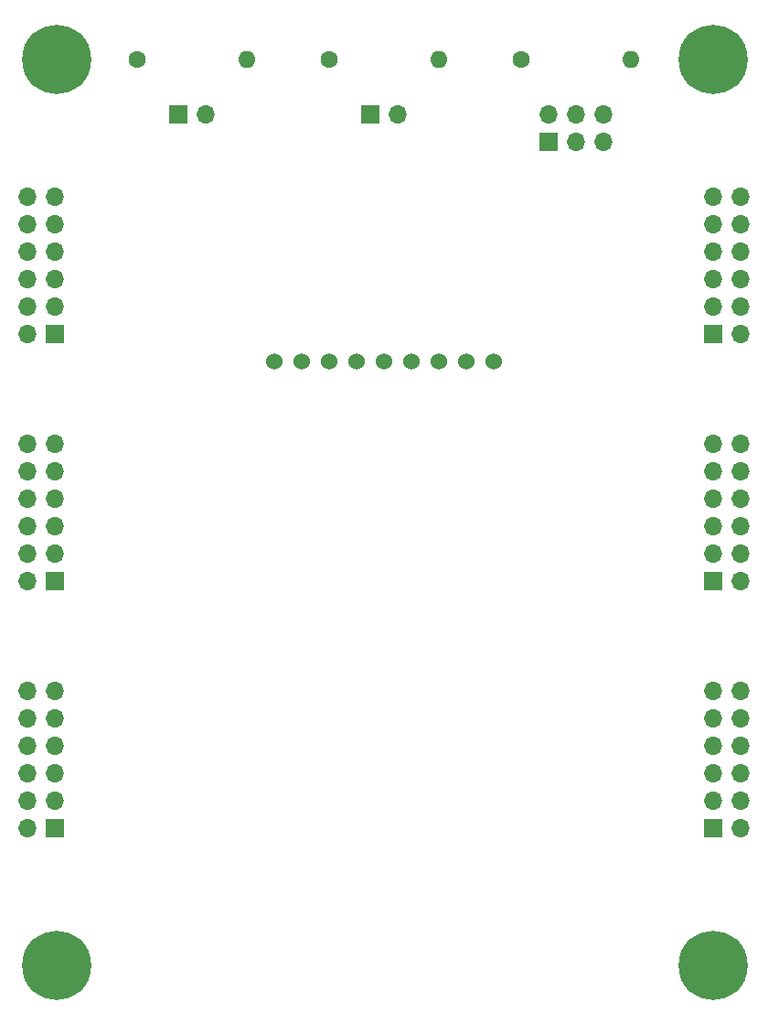
<source format=gbr>
%TF.GenerationSoftware,KiCad,Pcbnew,(6.0.1)*%
%TF.CreationDate,2022-02-05T13:29:03+01:00*%
%TF.ProjectId,modules_board,6d6f6475-6c65-4735-9f62-6f6172642e6b,rev?*%
%TF.SameCoordinates,Original*%
%TF.FileFunction,Soldermask,Bot*%
%TF.FilePolarity,Negative*%
%FSLAX46Y46*%
G04 Gerber Fmt 4.6, Leading zero omitted, Abs format (unit mm)*
G04 Created by KiCad (PCBNEW (6.0.1)) date 2022-02-05 13:29:03*
%MOMM*%
%LPD*%
G01*
G04 APERTURE LIST*
%ADD10R,1.700000X1.700000*%
%ADD11O,1.700000X1.700000*%
%ADD12C,0.800000*%
%ADD13C,6.400000*%
%ADD14C,1.600000*%
%ADD15O,1.600000X1.600000*%
%ADD16C,1.524000*%
G04 APERTURE END LIST*
D10*
%TO.C,J1*%
X63500000Y-119380000D03*
D11*
X60960000Y-119380000D03*
X63500000Y-116840000D03*
X60960000Y-116840000D03*
X63500000Y-114300000D03*
X60960000Y-114300000D03*
X63500000Y-111760000D03*
X60960000Y-111760000D03*
X63500000Y-109220000D03*
X60960000Y-109220000D03*
X63500000Y-106680000D03*
X60960000Y-106680000D03*
%TD*%
D10*
%TO.C,J2*%
X63500000Y-96520000D03*
D11*
X60960000Y-96520000D03*
X63500000Y-93980000D03*
X60960000Y-93980000D03*
X63500000Y-91440000D03*
X60960000Y-91440000D03*
X63500000Y-88900000D03*
X60960000Y-88900000D03*
X63500000Y-86360000D03*
X60960000Y-86360000D03*
X63500000Y-83820000D03*
X60960000Y-83820000D03*
%TD*%
D10*
%TO.C,J3*%
X63500000Y-73660000D03*
D11*
X60960000Y-73660000D03*
X63500000Y-71120000D03*
X60960000Y-71120000D03*
X63500000Y-68580000D03*
X60960000Y-68580000D03*
X63500000Y-66040000D03*
X60960000Y-66040000D03*
X63500000Y-63500000D03*
X60960000Y-63500000D03*
X63500000Y-60960000D03*
X60960000Y-60960000D03*
%TD*%
D10*
%TO.C,J7*%
X124460000Y-119380000D03*
D11*
X127000000Y-119380000D03*
X124460000Y-116840000D03*
X127000000Y-116840000D03*
X124460000Y-114300000D03*
X127000000Y-114300000D03*
X124460000Y-111760000D03*
X127000000Y-111760000D03*
X124460000Y-109220000D03*
X127000000Y-109220000D03*
X124460000Y-106680000D03*
X127000000Y-106680000D03*
%TD*%
D10*
%TO.C,J8*%
X124460000Y-96520000D03*
D11*
X127000000Y-96520000D03*
X124460000Y-93980000D03*
X127000000Y-93980000D03*
X124460000Y-91440000D03*
X127000000Y-91440000D03*
X124460000Y-88900000D03*
X127000000Y-88900000D03*
X124460000Y-86360000D03*
X127000000Y-86360000D03*
X124460000Y-83820000D03*
X127000000Y-83820000D03*
%TD*%
D10*
%TO.C,J9*%
X124460000Y-73660000D03*
D11*
X127000000Y-73660000D03*
X124460000Y-71120000D03*
X127000000Y-71120000D03*
X124460000Y-68580000D03*
X127000000Y-68580000D03*
X124460000Y-66040000D03*
X127000000Y-66040000D03*
X124460000Y-63500000D03*
X127000000Y-63500000D03*
X124460000Y-60960000D03*
X127000000Y-60960000D03*
%TD*%
D12*
%TO.C,H1*%
X66040000Y-48260000D03*
X61942944Y-49957056D03*
X63640000Y-45860000D03*
X65337056Y-46562944D03*
X63640000Y-50660000D03*
X61240000Y-48260000D03*
X65337056Y-49957056D03*
D13*
X63640000Y-48260000D03*
D12*
X61942944Y-46562944D03*
%TD*%
D13*
%TO.C,H2*%
X63640000Y-132080000D03*
D12*
X63640000Y-134480000D03*
X66040000Y-132080000D03*
X65337056Y-133777056D03*
X61240000Y-132080000D03*
X61942944Y-130382944D03*
X65337056Y-130382944D03*
X63640000Y-129680000D03*
X61942944Y-133777056D03*
%TD*%
%TO.C,H3*%
X126860000Y-48260000D03*
D13*
X124460000Y-48260000D03*
D12*
X124460000Y-45860000D03*
X122060000Y-48260000D03*
X126157056Y-46562944D03*
X124460000Y-50660000D03*
X122762944Y-49957056D03*
X122762944Y-46562944D03*
X126157056Y-49957056D03*
%TD*%
%TO.C,H4*%
X122762944Y-133777056D03*
X122060000Y-132080000D03*
X122762944Y-130382944D03*
X126157056Y-130382944D03*
X126860000Y-132080000D03*
X124460000Y-134480000D03*
D13*
X124460000Y-132080000D03*
D12*
X126157056Y-133777056D03*
X124460000Y-129680000D03*
%TD*%
D14*
%TO.C,R2*%
X88900000Y-48260000D03*
D15*
X99060000Y-48260000D03*
%TD*%
D14*
%TO.C,R1*%
X71120000Y-48260000D03*
D15*
X81280000Y-48260000D03*
%TD*%
D14*
%TO.C,R3*%
X106680000Y-48260000D03*
D15*
X116840000Y-48260000D03*
%TD*%
D10*
%TO.C,J6*%
X92710000Y-53340000D03*
D11*
X95250000Y-53340000D03*
%TD*%
D16*
%TO.C,U1*%
X83820000Y-76200000D03*
X86360000Y-76200000D03*
X88900000Y-76200000D03*
X91440000Y-76200000D03*
X93980000Y-76200000D03*
X96520000Y-76200000D03*
X99060000Y-76200000D03*
X101600000Y-76200000D03*
X104140000Y-76200000D03*
%TD*%
D10*
%TO.C,J4*%
X109220000Y-55880000D03*
D11*
X109220000Y-53340000D03*
X111760000Y-55880000D03*
X111760000Y-53340000D03*
X114300000Y-55880000D03*
X114300000Y-53340000D03*
%TD*%
D10*
%TO.C,J5*%
X74930000Y-53340000D03*
D11*
X77470000Y-53340000D03*
%TD*%
M02*

</source>
